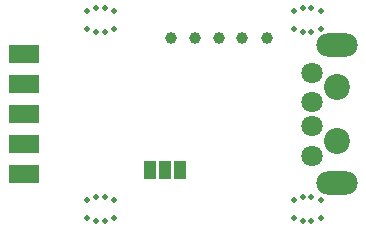
<source format=gbr>
G04 #@! TF.GenerationSoftware,KiCad,Pcbnew,6.0.7+dfsg-3*
G04 #@! TF.CreationDate,2022-10-18T10:37:57+08:00*
G04 #@! TF.ProjectId,stlink,73746c69-6e6b-42e6-9b69-6361645f7063,e*
G04 #@! TF.SameCoordinates,PX5ca1610PY6645a40*
G04 #@! TF.FileFunction,Soldermask,Bot*
G04 #@! TF.FilePolarity,Negative*
%FSLAX46Y46*%
G04 Gerber Fmt 4.6, Leading zero omitted, Abs format (unit mm)*
G04 Created by KiCad (PCBNEW 6.0.7+dfsg-3) date 2022-10-18 10:37:57*
%MOMM*%
%LPD*%
G01*
G04 APERTURE LIST*
%ADD10C,1.800000*%
%ADD11O,3.500000X2.000000*%
%ADD12C,2.200000*%
%ADD13C,0.500000*%
%ADD14R,2.540000X1.524000*%
%ADD15C,1.000000*%
%ADD16R,1.000000X1.500000*%
G04 APERTURE END LIST*
D10*
G04 #@! TO.C,J1*
X37770000Y20740000D03*
X37770000Y18240000D03*
X37770000Y16240000D03*
X37770000Y13740000D03*
D11*
X39870000Y11390000D03*
X39870000Y23090000D03*
D12*
X39870000Y14940000D03*
X39870000Y19540000D03*
G04 #@! TD*
D13*
G04 #@! TO.C,H1*
X21020000Y25990000D03*
X18720000Y24490000D03*
X19520000Y26240000D03*
X20220000Y26240000D03*
X18720000Y25990000D03*
X21020000Y24490000D03*
X19520000Y24240000D03*
X20220000Y24240000D03*
G04 #@! TD*
G04 #@! TO.C,H2*
X19520000Y10240000D03*
X20220000Y8240000D03*
X18720000Y9990000D03*
X20220000Y10240000D03*
X18720000Y8490000D03*
X21020000Y9990000D03*
X19520000Y8240000D03*
X21020000Y8490000D03*
G04 #@! TD*
G04 #@! TO.C,H3*
X37020000Y26240000D03*
X36220000Y25990000D03*
X38520000Y24490000D03*
X37020000Y24240000D03*
X38520000Y25990000D03*
X37720000Y24240000D03*
X37720000Y26240000D03*
X36220000Y24490000D03*
G04 #@! TD*
G04 #@! TO.C,H4*
X38520000Y8490000D03*
X36220000Y8490000D03*
X38520000Y9990000D03*
X37020000Y10240000D03*
X37720000Y8240000D03*
X36220000Y9990000D03*
X37720000Y10240000D03*
X37020000Y8240000D03*
G04 #@! TD*
D14*
G04 #@! TO.C,J2*
X13370000Y22320000D03*
X13370000Y19780000D03*
X13370000Y17240000D03*
X13370000Y14700000D03*
X13370000Y12160000D03*
G04 #@! TD*
D15*
G04 #@! TO.C,TP3*
X29870000Y23740000D03*
G04 #@! TD*
G04 #@! TO.C,TP1*
X33934000Y23740000D03*
G04 #@! TD*
G04 #@! TO.C,TP4*
X27838000Y23740000D03*
G04 #@! TD*
G04 #@! TO.C,TP5*
X25806000Y23740000D03*
G04 #@! TD*
G04 #@! TO.C,TP2*
X31870000Y23740000D03*
G04 #@! TD*
D16*
G04 #@! TO.C,JP1*
X24020000Y12490000D03*
X25320000Y12490000D03*
X26620000Y12490000D03*
G04 #@! TD*
M02*

</source>
